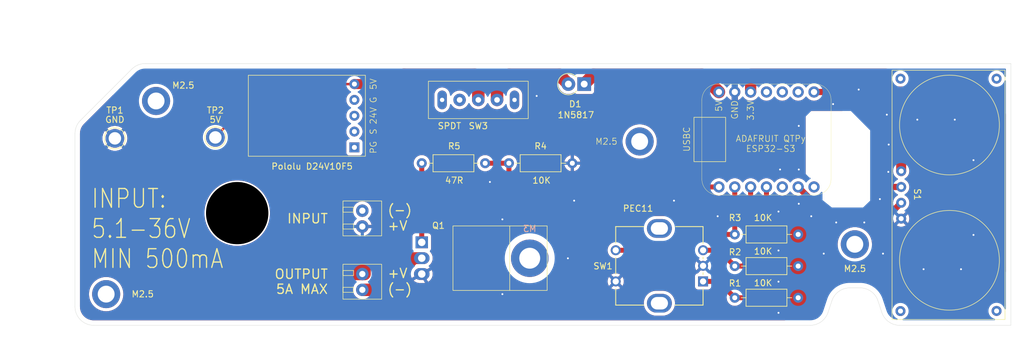
<source format=kicad_pcb>
(kicad_pcb (version 20240108) (generator "pcbnew") (generator_version "8.0")
  (layers (0 "F.Cu" signal) (31 "B.Cu" power) (34 "B.Paste" user) (35 "F.Paste" user) (36 "B.SilkS" user "B.Silkscreen") (37 "F.SilkS" user "F.Silkscreen") (38 "B.Mask" user) (39 "F.Mask" user) (44 "Edge.Cuts" user))
  (net 0 "")
  (net 1 "/+24V")
  (net 2 "/+3V3")
  (net 3 "Net-(S1-Trig)")
  (net 4 "Net-(Q1-G)")
  (net 5 "Net-(S1-Echo)")
  (net 7 "Net-(U1-GPIO_18)")
  (net 8 "/LED-")
  (net 9 "<NO NET>")
  (net 12 "Net-(U1-GPIO_8)")
  (net 13 "Net-(U1-GPIO_9)")
  (net 15 "Net-(SW1-S2)")
  (net 16 "/+5V")
  (net 18 "/+5V_SW")
  (net 19 "/+5V_MCU")
  (footprint "Resistor_THT:R_Axial_DIN0207_L6.3mm_D2.5mm_P10.16mm_Horizontal" (layer "F.Cu") (at 225.902 117.58 180)
    (property "Reference" "R1" (at 10.12 2.33 0) (layer "F.SilkS"))
    (property "Value" "10K" (at 5.62 2.37 0) (layer "F.SilkS"))
    (fp_line (start 9.12 0) (end 8.35 0) (stroke (width 0.12)) (layer "F.SilkS"))
    (fp_line (start 8.35 1.37) (end 8.35 -1.37) (stroke (width 0.12)) (layer "F.SilkS"))
    (fp_line (start 8.35 -1.37) (end 1.81 -1.37) (stroke (width 0.12)) (layer "F.SilkS"))
    (fp_line (start 1.81 1.37) (end 8.35 1.37) (stroke (width 0.12)) (layer "F.SilkS"))
    (fp_line (start 1.81 -1.37) (end 1.81 1.37) (stroke (width 0.12)) (layer "F.SilkS"))
    (fp_line (start 1.04 0) (end 1.81 0) (stroke (width 0.12)) (layer "F.SilkS"))
    (pad "1" thru_hole circle (at 0 0 180) (size 1.6 1.6) (drill 0.8) (layers "*.Cu" "*.Mask") (net 2 "/+3V3"))
    (pad "2" thru_hole oval (at 10.16 0 180) (size 1.6 1.6) (drill 0.8) (layers "*.Cu" "*.Mask") (net 12 "Net-(U1-GPIO_8)"))
  )
  (footprint "Resistor_THT:R_Axial_DIN0207_L6.3mm_D2.5mm_P10.16mm_Horizontal" (layer "F.Cu") (at 179.547 95.99)
    (property "Reference" "R4" (at 5.08 -2.74 0) (layer "F.SilkS"))
    (property "Value" "10K" (at 5.235 2.76 0) (layer "F.SilkS"))
    (fp_line (start 1.04 0) (end 1.81 0) (stroke (width 0.12)) (layer "F.SilkS"))
    (fp_line (start 1.81 -1.37) (end 1.81 1.37) (stroke (width 0.12)) (layer "F.SilkS"))
    (fp_line (start 1.81 1.37) (end 8.35 1.37) (stroke (width 0.12)) (layer "F.SilkS"))
    (fp_line (start 8.35 -1.37) (end 1.81 -1.37) (stroke (width 0.12)) (layer "F.SilkS"))
    (fp_line (start 8.35 1.37) (end 8.35 -1.37) (stroke (width 0.12)) (layer "F.SilkS"))
    (fp_line (start 9.12 0) (end 8.35 0) (stroke (width 0.12)) (layer "F.SilkS"))
    (pad "1" thru_hole circle (at 0 0) (size 1.6 1.6) (drill 0.8) (layers "*.Cu" "*.Mask") (net 7 "Net-(U1-GPIO_18)"))
    (pad "2" thru_hole oval (at 10.16 0) (size 1.6 1.6) (drill 0.8) (layers "*.Cu" "*.Mask") (net 9 "<NO NET>"))
  )
  (footprint "user:AdafruitQTPyEsp32S3" (layer "F.Cu") (at 213.202 99.8 90)
    (property "Reference" "U1" (hide yes))
    (property "Value" "~" (hide yes))
    (fp_line (start 1.27 -2.7305) (end 13.97 -2.7305) (stroke (width 0.05)) (layer "F.SilkS"))
    (fp_line (start 16.51 -0.1905) (end 16.51 15.4305) (stroke (width 0.05)) (layer "F.SilkS"))
    (fp_line (start -1.27 15.4305) (end -1.27 -0.1905) (stroke (width 0.05)) (layer "F.SilkS"))
    (fp_line (start 13.97 17.9705) (end 1.27 17.9705) (stroke (width 0.05)) (layer "F.SilkS"))
    (fp_rect (start 4.064 -4.0005) (end 11.176 1.0795) (stroke (width 0.1)) (fill none) (layer "F.SilkS"))
    (fp_arc (start 13.97 -2.7305) (mid 15.766051 -1.986551) (end 16.51 -0.1905) (stroke (width 0.05)) (layer "F.SilkS"))
    (fp_arc (start -1.27 -0.1905) (mid -0.526051 -1.986551) (end 1.27 -2.7305) (stroke (width 0.05)) (layer "F.SilkS"))
    (fp_arc (start 16.51 15.4305) (mid 15.766051 17.226551) (end 13.97 17.9705) (stroke (width 0.05)) (layer "F.SilkS"))
    (fp_arc (start 1.27 17.9705) (mid -0.526051 17.226551) (end -1.27 15.4305) (stroke (width 0.05)) (layer "F.SilkS"))
    (fp_text user "GND" (at 13.97 2.54 90) (layer "F.SilkS") (effects (font (thickness 0.1)) (justify right)))
    (fp_text user "3.3V" (at 13.97 5.08 90) (layer "F.SilkS") (effects (font (thickness 0.1)) (justify right)))
    (fp_text user "USBC" (at 5.588 -4.572 90) (layer "F.SilkS") (effects (font (thickness 0.1)) (justify left bottom)))
    (fp_text user "5V" (at 13.97 0 90) (layer "F.SilkS") (effects (font (thickness 0.1)) (justify right)))
    (pad "1" thru_hole circle (at 0 0 90) (size 1.8 1.8) (drill 1) (layers "*.Cu" "*.Mask") (net 7 "Net-(U1-GPIO_18)"))
    (pad "2" thru_hole circle (at 0 2.54 90) (size 1.8 1.8) (drill 1) (layers "*.Cu" "*.Mask") (net 15 "Net-(SW1-S2)"))
    (pad "3" thru_hole circle (at 0 5.08 90) (size 1.8 1.8) (drill 1) (layers "*.Cu" "*.Mask") (net 13 "Net-(U1-GPIO_9)"))
    (pad "4" thru_hole circle (at 0 7.62 90) (size 1.8 1.8) (drill 1) (layers "*.Cu" "*.Mask") (net 12 "Net-(U1-GPIO_8)"))
    (pad "5" thru_hole circle (at 0 10.16 90) (size 1.8 1.8) (drill 1) (layers "*.Cu" "*.Mask"))
    (pad "6" thru_hole circle (at 0 12.7 90) (size 1.8 1.8) (drill 1) (layers "*.Cu" "*.Mask") (net 5 "Net-(S1-Echo)"))
    (pad "7" thru_hole circle (at 0 15.24 90) (size 1.8 1.8) (drill 1) (layers "*.Cu" "*.Mask"))
    (pad "8" thru_hole circle (at 15.24 15.24 270) (size 1.8 1.8) (drill 1) (layers "*.Cu" "*.Mask") (net 3 "Net-(S1-Trig)"))
    (pad "9" thru_hole circle (at 15.24 12.7 270) (size 1.8 1.8) (drill 1) (layers "*.Cu" "*.Mask"))
    (pad "10" thru_hole circle (at 15.24 10.16 270) (size 1.8 1.8) (drill 1) (layers "*.Cu" "*.Mask"))
    (pad "11" thru_hole circle (at 15.24 7.62 270) (size 1.8 1.8) (drill 1) (layers "*.Cu" "*.Mask"))
    (pad "12" thru_hole circle (at 15.24 5.08 270) (size 1.8 1.8) (drill 1) (layers "*.Cu" "*.Mask") (net 2 "/+3V3"))
    (pad "13" thru_hole circle (at 15.24 2.54 270) (size 1.8 1.8) (drill 1) (layers "*.Cu" "*.Mask") (net 9 "<NO NET>") (thermal_bridge_width 1))
    (pad "14" thru_hole circle (at 15.24 0 270) (size 1.8 1.8) (drill 1) (layers "*.Cu" "*.Mask") (net 19 "/+5V_MCU"))
  )
  (footprint "user:Hole10mm" (layer "F.Cu") (at 136 104)
    (property "Reference" "" (hide yes))
    (property "Value" "Hole10mm" (hide yes))
    (pad "" np_thru_hole circle (at 0 0) (size 11 11) (drill 10) (layers "*.Mask"))
  )
  (footprint "TestPoint:TestPoint_Plated_Hole_D2.0mm" (layer "F.Cu") (at 132.5 91.85)
    (property "Reference" "TP2" (at 0 -4.35 0) (layer "F.SilkS"))
    (property "Value" "5V" (at 0 -2.85 0) (layer "F.SilkS"))
    (fp_circle (center 0 0) (end 0 -1.7) (stroke (width 0.12)) (fill none) (layer "F.SilkS"))
    (pad "1" thru_hole circle (at 0 0) (size 3 3) (drill 2) (layers "*.Cu" "*.Mask") (net 16 "/+5V"))
  )
  (footprint "user:Bourns-PEC11R" (layer "F.Cu") (at 210.662 114.96 90)
    (property "Reference" "SW1" (at 2.46 -17.662 0) (layer "F.SilkS") (effects (justify left)))
    (property "Value" "PEC11" (at 11.71 -10.412 0) (layer "F.SilkS"))
    (fp_line (start 6.15 -14) (end 8.8 -14) (stroke (width 0.15)) (layer "F.SilkS"))
    (fp_line (start 1.1875 -14) (end 3.8125 -14) (stroke (width 0.15)) (layer "F.SilkS"))
    (fp_line (start -3.8 -14) (end -1.2 -14) (stroke (width 0.15)) (layer "F.SilkS"))
    (fp_line (start -3.8 -14) (end -3.8 -9.5) (stroke (width 0.15)) (layer "F.SilkS"))
    (fp_line (start 8.8 -9.5) (end 8.8 -14) (stroke (width 0.15)) (layer "F.SilkS"))
    (fp_line (start -3.8 -4.5) (end -3.8 0) (stroke (width 0.15)) (layer "F.SilkS"))
    (fp_line (start 8.8 0) (end 8.8 -4.4) (stroke (width 0.15)) (layer "F.SilkS"))
    (fp_line (start 6.1 0) (end 8.8 0) (stroke (width 0.15)) (layer "F.SilkS"))
    (fp_line (start 3.6 0) (end 3.9 0) (stroke (width 0.15)) (layer "F.SilkS"))
    (fp_line (start 1.1 0) (end 1.4 0) (stroke (width 0.15)) (layer "F.SilkS"))
    (fp_line (start -3.8 0) (end -1.2 0) (stroke (width 0.15)) (layer "F.SilkS"))
    (pad "" thru_hole roundrect (at -3.5 -7 90) (size 3 4) (drill oval 2 2.75) (layers "*.Cu" "*.Mask") (roundrect_rratio 0.5))
    (pad "" thru_hole roundrect (at 8.5 -7 90) (size 3 4) (drill oval 2 2.75) (layers "*.Cu" "*.Mask") (roundrect_rratio 0.5))
    (pad "1" thru_hole circle (at 0 -14 90) (size 1.6 1.6) (drill 1) (layers "*.Cu" "*.Mask") (net 9 "<NO NET>"))
    (pad "2" thru_hole circle (at 5 -14 90) (size 1.6 1.6) (drill 1) (layers "*.Cu" "*.Mask") (net 15 "Net-(SW1-S2)"))
    (pad "A" thru_hole rect (at 0 0 90) (size 1.6 1.6) (drill 1) (layers "*.Cu" "*.Mask") (net 12 "Net-(U1-GPIO_8)"))
    (pad "B" thru_hole circle (at 5 0 90) (size 1.6 1.6) (drill 1) (layers "*.Cu" "*.Mask") (net 13 "Net-(U1-GPIO_9)"))
    (pad "C" thru_hole circle (at 2.5 0 90) (size 1.6 1.6) (drill 1) (layers "*.Cu" "*.Mask") (net 9 "<NO NET>"))
  )
  (footprint "user:MountingHole_2.7mm_M2.5_ISO7380_Pad_Heated_Insert" (layer "F.Cu") (at 234.982 109)
    (property "Reference" "REF**" (hide yes))
    (property "Value" "MountingHole_2.7mm_M2.5_ISO7380_Pad_Heated_Insert" (hide yes))
    (fp_text user "M2.5" (at 0.018 4.5 0) (layer "F.SilkS") (effects (justify bottom)))
    (pad "M" thru_hole circle (at 0 0) (size 4.5 4.5) (drill 2.7) (layers "*.Cu" "*.Mask"))
  )
  (footprint "user:MountingHole_2.7mm_M2.5_ISO7380_Pad_Heated_Insert" (layer "F.Cu") (at 115 117)
    (property "Reference" "REF**" (hide yes))
    (property "Value" "MountingHole_2.7mm_M2.5_ISO7380_Pad_Heated_Insert" (hide yes))
    (fp_text user "M2.5" (at 4 0 0) (layer "F.SilkS") (effects (justify left)))
    (pad "M" thru_hole circle (at 0 0) (size 4.5 4.5) (drill 2.7) (layers "*.Cu" "*.Mask"))
  )
  (footprint "user:MountingHole_2.7mm_M2.5_ISO7380_Pad_Heated_Insert" (layer "F.Cu") (at 200.5 92.5)
    (property "Reference" "REF**" (hide yes))
    (property "Value" "MountingHole_2.7mm_M2.5_ISO7380_Pad_Heated_Insert" (hide yes))
    (fp_text user "M2.5" (at -3.5 0 0) (layer "F.SilkS") (effects (font (thickness 0.1)) (justify right)))
    (pad "M" thru_hole circle (at 0 0) (size 4.5 4.5) (drill 2.7) (layers "*.Cu" "*.Mask"))
  )
  (footprint "Resistor_THT:R_Axial_DIN0207_L6.3mm_D2.5mm_P10.16mm_Horizontal" (layer "F.Cu") (at 225.902 112.5 180)
    (property "Reference" "R2" (at 10.12 2.25 0) (layer "F.SilkS"))
    (property "Value" "10K" (at 5.62 2.37 0) (layer "F.SilkS"))
    (fp_line (start 9.12 0) (end 8.35 0) (stroke (width 0.12)) (layer "F.SilkS"))
    (fp_line (start 8.35 1.37) (end 8.35 -1.37) (stroke (width 0.12)) (layer "F.SilkS"))
    (fp_line (start 8.35 -1.37) (end 1.81 -1.37) (stroke (width 0.12)) (layer "F.SilkS"))
    (fp_line (start 1.81 1.37) (end 8.35 1.37) (stroke (width 0.12)) (layer "F.SilkS"))
    (fp_line (start 1.81 -1.37) (end 1.81 1.37) (stroke (width 0.12)) (layer "F.SilkS"))
    (fp_line (start 1.04 0) (end 1.81 0) (stroke (width 0.12)) (layer "F.SilkS"))
    (pad "1" thru_hole circle (at 0 0 180) (size 1.6 1.6) (drill 0.8) (layers "*.Cu" "*.Mask") (net 2 "/+3V3"))
    (pad "2" thru_hole oval (at 10.16 0 180) (size 1.6 1.6) (drill 0.8) (layers "*.Cu" "*.Mask") (net 13 "Net-(U1-GPIO_9)"))
  )
  (footprint "user:RCWL-1601" (layer "F.Cu") (at 242.412 97.26 -90)
    (property "Reference" "S1" (at 3.74 -2.588 -90) (layer "F.SilkS"))
    (property "Value" "RCWL-1601" (hide yes))
    (fp_rect (start -16.19 -16.638) (end 23.81 1.462) (stroke (width 0.1)) (fill none) (layer "F.SilkS"))
    (fp_circle (center -7.4 -7.738) (end -15.4 -7.738) (stroke (width 0.1)) (fill none) (layer "F.SilkS"))
    (fp_circle (center 14.31 -7.738) (end 6.31 -7.738) (stroke (width 0.1)) (fill none) (layer "F.SilkS"))
    (pad "" thru_hole circle (at -14.84 -15.288 270) (size 1.6 1.6) (drill 0.8) (layers "*.Cu" "*.Mask"))
    (pad "" thru_hole circle (at -14.84 0.112 270) (size 1.6 1.6) (drill 0.8) (layers "*.Cu" "*.Mask"))
    (pad "" thru_hole circle (at 22.435 -15.288 270) (size 1.6 1.6) (drill 0.8) (layers "*.Cu" "*.Mask"))
    (pad "" thru_hole circle (at 22.46 0.112 270) (size 1.6 1.6) (drill 0.8) (layers "*.Cu" "*.Mask"))
    (pad "1" thru_hole circle (at 0 0 270) (size 1.6 1.6) (drill 0.8) (layers "*.Cu" "*.Mask") (net 2 "/+3V3"))
    (pad "2" thru_hole circle (at 2.54 0 270) (size 1.6 1.6) (drill 0.8) (layers "*.Cu" "*.Mask") (net 3 "Net-(S1-Trig)"))
    (pad "3" thru_hole circle (at 5.08 0 270) (size 1.6 1.6) (drill 0.8) (layers "*.Cu" "*.Mask") (net 5 "Net-(S1-Echo)"))
    (pad "4" thru_hole circle (at 7.62 0 270) (size 1.6 1.6) (drill 0.8) (layers "*.Cu" "*.Mask") (net 9 "<NO NET>"))
  )
  (footprint "user:Pololu_5V_H" (layer "F.Cu") (at 154.782 88.37 90)
    (property "Reference" "P1" (hide yes))
    (property "Value" "Pololu D24V10F5" (at -8.13 -6.782 0) (layer "F.SilkS"))
    (fp_rect (start -6.5 -17) (end 6.5 1.762) (stroke (width 0.1)) (fill none) (layer "F.SilkS"))
    (fp_text user "PG" (at -5.08 3.048 90) (layer "F.SilkS") (effects (font (thickness 0.1))))
    (fp_text user "S" (at -2.54 3.048 90) (layer "F.SilkS") (effects (font (thickness 0.1))))
    (fp_text user "G" (at 2.54 3.048 90) (layer "F.SilkS") (effects (font (thickness 0.1))))
    (fp_text user "5V" (at 5.08 3.048 90) (layer "F.SilkS") (effects (font (thickness 0.1))))
    (fp_text user "24V" (at 0 3.048 90) (layer "F.SilkS") (effects (font (thickness 0.1))))
    (pad "1" thru_hole rect (at -5.08 0 90) (size 1.6 1.6) (drill 0.8) (layers "*.Cu" "*.Mask"))
    (pad "2" thru_hole circle (at -2.54 0 90) (size 1.6 1.6) (drill 0.8) (layers "*.Cu" "*.Mask"))
    (pad "3" thru_hole circle (at 0 0 90) (size 1.6 1.6) (drill 0.8) (layers "*.Cu" "*.Mask"))
    (pad "4" thru_hole circle (at 2.54 0 90) (size 1.6 1.6) (drill 0.8) (layers "*.Cu" "*.Mask"))
    (pad "5" thru_hole circle (at 5.08 0 90) (size 1.6 1.6) (drill 0.8) (layers "*.Cu" "*.Mask"))
  )
  (footprint "Diode_THT:D_DO-41_SOD81_P2.54mm_Vertical_KathodeUp" (layer "F.Cu") (at 191.612 83.29 180)
    (property "Reference" "D1" (at 1.44 -3.21 0) (layer "F.SilkS"))
    (property "Value" "1N5817" (at 1.33 -4.96 0) (layer "F.SilkS"))
    (fp_arc (start 1.228847 -1.1) (mid 4.250877 -0.044974) (end 1.288449 1.167366) (stroke (width 0.12)) (layer "F.SilkS"))
    (pad "1" thru_hole rect (at 0 0 180) (size 2.2 2.2) (drill 1.1) (layers "*.Cu" "*.Mask") (net 19 "/+5V_MCU"))
    (pad "2" thru_hole oval (at 2.54 0 180) (size 2.2 2.2) (drill 1.1) (layers "*.Cu" "*.Mask") (net 18 "/+5V_SW"))
  )
  (footprint "TestPoint:TestPoint_Plated_Hole_D2.0mm" (layer "F.Cu") (at 116.397 92)
    (property "Reference" "TP1" (at 0 -4.5 0) (layer "F.SilkS"))
    (property "Value" "GND" (at 0 -3 0) (layer "F.SilkS"))
    (fp_circle (center 0 0) (end 0 -1.7) (stroke (width 0.12)) (fill none) (layer "F.SilkS"))
    (pad "1" thru_hole circle (at 0 0) (size 3 3) (drill 2) (layers "*.Cu" "*.Mask") (net 9 "<NO NET>"))
  )
  (footprint "user:CUI_SPDT_500mA_3mm" (layer "F.Cu") (at 174.642 85.83 180)
    (property "Reference" "SW3" (at 0 -4.18 0) (layer "F.SilkS"))
    (property "Value" "switch_SPDT_SLW_121586" (hide yes))
    (property "Description" "SPDT" (at 4.622 -4.18 0) (layer "F.SilkS"))
    (fp_rect (start -8 -3) (end 8 3) (stroke (width 0.1)) (fill none) (layer "F.SilkS"))
    (pad "" thru_hole oval (at -5.8 0 180) (size 1.5 3) (drill 0.7 1.5) (layers "*.Cu" "*.Mask"))
    (pad "" thru_hole circle (at 3 0 180) (size 2 2) (drill 0.9) (layers "*.Cu" "*.Mask"))
    (pad "" thru_hole oval (at 5.8 0 180) (size 1.5 3) (drill 0.7 1.5) (layers "*.Cu" "*.Mask"))
    (pad "1" thru_hole circle (at 0 0 180) (size 2 2) (drill 0.9) (layers "*.Cu" "*.Mask") (net 16 "/+5V"))
    (pad "2" thru_hole circle (at -3 0 180) (size 2 2) (drill 0.9) (layers "*.Cu" "*.Mask") (net 18 "/+5V_SW"))
  )
  (footprint "user:2xTermBlock_254mm" (layer "F.Cu") (at 156.052 106.15 90)
    (property "Reference" "J1" (hide yes))
    (property "Value" "Screw_Term_1x2_2.54mm" (hide yes))
    (fp_rect (start 2.3 -3.1) (end 3.1 -1.4) (stroke (width 0.1)) (fill none) (layer "F.SilkS"))
    (fp_rect (start -0.4 -3.1) (end 0.4 -1.4) (stroke (width 0.1)) (fill none) (layer "F.SilkS"))
    (fp_rect (start -1.5 -3.1) (end 4.1 3.1) (stroke (width 0.1)) (fill none) (layer "F.SilkS"))
    (pad "1" thru_hole circle (at 0 0 90) (size 2 2) (drill 1) (layers "*.Cu" "*.Mask") (net 9 "<NO NET>"))
    (pad "2" thru_hole circle (at 2.54 0 90) (size 2 2) (drill 1) (layers "*.Cu" "*.Mask") (net 1 "/+24V") (thermal_bridge_width 0.5))
  )
  (footprint "user:TO-220F-3_H_Heatsink" (layer "F.Cu") (at 165.577 108.69 -90)
    (property "Reference" "Q1" (hide yes))
    (property "Value" "IRLB8721PBF" (hide yes))
    (fp_line (start -2.635 -14.1) (end 7.715 -14.1) (stroke (width 0.1)) (layer "F.SilkS"))
    (fp_rect (start -2.635 -20.1) (end 7.715 -5) (stroke (width 0.1)) (fill none) (layer "F.SilkS"))
    (fp_text user "${REFERENCE}" (at -2.69 -2.673 0) (layer "F.SilkS"))
    (pad "1" thru_hole rect (at 0 0 270) (size 1.9 2) (drill 1.2) (layers "*.Cu" "*.Mask") (net 4 "Net-(Q1-G)"))
    (pad "2" thru_hole oval (at 2.54 0 270) (size 1.9 2.5) (drill 1.2) (layers "*.Cu" "*.Mask") (net 8 "/LED-"))
    (pad "3" thru_hole oval (at 5.08 0 270) (size 1.9 2.5) (drill 1.2) (layers "*.Cu" "*.Mask") (net 9 "<NO NET>") (thermal_bridge_width 0.5))
  )
  (footprint "Resistor_THT:R_Axial_DIN0207_L6.3mm_D2.5mm_P10.16mm_Horizontal" (layer "F.Cu") (at 175.737 95.99 180)
    (property "Reference" "R5" (hide yes))
    (property "Value" "47R" (at 4.955 -2.76 0) (layer "F.SilkS"))
    (fp_line (start 9.12 0) (end 8.35 0) (stroke (width 0.12)) (layer "F.SilkS"))
    (fp_line (start 8.35 1.37) (end 8.35 -1.37) (stroke (width 0.12)) (layer "F.SilkS"))
    (fp_line (start 8.35 -1.37) (end 1.81 -1.37) (stroke (width 0.12)) (layer "F.SilkS"))
    (fp_line (start 1.81 1.37) (end 8.35 1.37) (stroke (width 0.12)) (layer "F.SilkS"))
    (fp_line (start 1.81 -1.37) (end 1.81 1.37) (stroke (width 0.12)) (layer "F.SilkS"))
    (fp_line (start 1.04 0) (end 1.81 0) (stroke (width 0.12)) (layer "F.SilkS"))
    (fp_text user "${REFERENCE}" (at 4.955 2.74 0) (layer "F.SilkS"))
    (pad "1" thru_hole circle (at 0 0 180) (size 1.6 1.6) (drill 0.8) (layers "*.Cu" "*.Mask") (net 7 "Net-(U1-GPIO_18)"))
    (pad "2" thru_hole oval (at 10.16 0 180) (size 1.6 1.6) (drill 0.8) (layers "*.Cu" "*.Mask") (net 4 "Net-(Q1-G)"))
  )
  (footprint "user:MountingHole_2.7mm_M2.5_ISO7380_Pad_Heated_Insert" (layer "F.Cu") (at 123 86)
    (property "Reference" "REF**" (hide yes))
    (property "Value" "MountingHole_2.7mm_M2.5_ISO7380_Pad_Heated_Insert" (hide yes))
    (fp_text user "M2.5" (at 2.5 -2.5 0) (layer "F.SilkS") (effects (justify left)))
    (pad "M" thru_hole circle (at 0 0) (size 4.5 4.5) (drill 2.7) (layers "*.Cu" "*.Mask"))
  )
  (footprint "Resistor_THT:R_Axial_DIN0207_L6.3mm_D2.5mm_P10.16mm_Horizontal" (layer "F.Cu") (at 225.902 107.42 180)
    (property "Reference" "R3" (at 10.12 2.67 0) (layer "F.SilkS"))
    (property "Value" "10K" (at 5.62 2.67 0) (layer "F.SilkS"))
    (fp_line (start 9.12 0) (end 8.35 0) (stroke (width 0.12)) (layer "F.SilkS"))
    (fp_line (start 8.35 1.37) (end 8.35 -1.37) (stroke (width 0.12)) (layer "F.SilkS"))
    (fp_line (start 8.35 -1.37) (end 1.81 -1.37) (stroke (width 0.12)) (layer "F.SilkS"))
    (fp_line (start 1.81 1.37) (end 8.35 1.37) (stroke (width 0.12)) (layer "F.SilkS"))
    (fp_line (start 1.81 -1.37) (end 1.81 1.37) (stroke (width 0.12)) (layer "F.SilkS"))
    (fp_line (start 1.04 0) (end 1.81 0) (stroke (width 0.12)) (layer "F.SilkS"))
    (pad "1" thru_hole circle (at 0 0 180) (size 1.6 1.6) (drill 0.8) (layers "*.Cu" "*.Mask") (net 2 "/+3V3"))
    (pad "2" thru_hole oval (at 10.16 0 180) (size 1.6 1.6) (drill 0.8) (layers "*.Cu" "*.Mask") (net 15 "Net-(SW1-S2)"))
  )
  (footprint "user:2xTermBlock_254mm" (layer "F.Cu") (at 156.052 116.31 90)
    (property "Reference" "J2" (hide yes))
    (property "Value" "Screw_Term_1x2_2.54mm" (hide yes))
    (fp_rect (start 2.3 -3.1) (end 3.1 -1.4) (stroke (width 0.1)) (fill none) (layer "F.SilkS"))
    (fp_rect (start -0.4 -3.1) (end 0.4 -1.4) (stroke (width 0.1)) (fill none) (layer "F.SilkS"))
    (fp_rect (start -1.5 -3.1) (end 4.1 3.1) (stroke (width 0.1)) (fill none) (layer "F.SilkS"))
    (pad "1" thru_hole circle (at 0 0 90) (size 2 2) (drill 1) (layers "*.Cu" "*.Mask") (net 8 "/LED-"))
    (pad "2" thru_hole circle (at 2.54 0 90) (size 2 2) (drill 1) (layers "*.Cu" "*.Mask") (net 1 "/+24V"))
  )
  (footprint "user:MountingHole_3.2mm_M3_ISO14580_Pad_TopOnly" (layer "B.Cu") (at 182.882 111.24 180)
    (property "Reference" "M3" (at 0 4.74 0) (layer "B.SilkS") (effects (justify mirror)))
    (property "Value" "MountingHole_3.2mm_M3_ISO14580_Pad_TopOnly" (hide yes))
    (pad "M" thru_hole circle (at 0 0 180) (size 6 6) (drill 3.35) (layers "*.Cu" "B.Mask") (clearance 1))
  )
  (gr_arc (start 235.837722 116) (mid 237.591863 116.566273) (end 238.683772 118.051317) (stroke (width 0.05)) (layer "Edge.Cuts"))
  (gr_line (start 234.162278 116) (end 235.837722 116) (stroke (width 0.05)) (layer "Edge.Cuts"))
  (gr_line (start 238.683772 118.051317) (end 239.316228 119.948683) (stroke (width 0.05)) (layer "Edge.Cuts"))
  (gr_line (start 242.162277 122) (end 260 122) (stroke (width 0.05)) (layer "Edge.Cuts"))
  (gr_arc (start 113 122) (mid 110.87868 121.12132) (end 110 119) (stroke (width 0.05)) (layer "Edge.Cuts"))
  (gr_arc (start 231.316228 118.051317) (mid 232.408145 116.566265) (end 234.162278 116) (stroke (width 0.05)) (layer "Edge.Cuts"))
  (gr_line (start 227.837723 122) (end 113 122) (stroke (width 0.05)) (layer "Edge.Cuts"))
  (gr_line (start 260 80) (end 260 122) (stroke (width 0.05)) (layer "Edge.Cuts"))
  (gr_line (start 121.242641 80) (end 260 80) (stroke (width 0.05)) (layer "Edge.Cuts"))
  (gr_arc (start 242.162277 122) (mid 240.408157 121.433718) (end 239.316228 119.948683) (stroke (width 0.05)) (layer "Edge.Cuts"))
  (gr_arc (start 110 91.242641) (mid 110.228348 90.094582) (end 110.87868 89.12132) (stroke (width 0.05)) (layer "Edge.Cuts"))
  (gr_line (start 230.683772 119.948683) (end 231.316228 118.051317) (stroke (width 0.05)) (layer "Edge.Cuts"))
  (gr_arc (start 119.121321 80.878679) (mid 120.094598 80.228373) (end 121.242641 80) (stroke (width 0.05)) (layer "Edge.Cuts"))
  (gr_line (start 110.87868 89.12132) (end 119.121321 80.878679) (stroke (width 0.05)) (layer "Edge.Cuts"))
  (gr_arc (start 230.683772 119.948683) (mid 229.591855 121.433735) (end 227.837723 122) (stroke (width 0.05)) (layer "Edge.Cuts"))
  (gr_line (start 110 119) (end 110 91.242641) (stroke (width 0.05)) (layer "Edge.Cuts"))
  (gr_text "INPUT:\n5.1-36V\nMIN 500mA" (at 112.5 106.5 0) (layer "F.SilkS") (effects (font (size 3 2.5) (thickness 0.2) (bold yes)) (justify left)))
  (gr_text "INPUT" (at 150.652 104.88 0) (layer "F.SilkS") (effects (font (size 1.5 1.5) (thickness 0.2) (bold yes)) (justify right)))
  (gr_text "ADAFRUIT QTPy\nESP32-S3" (at 221.5 94.25 0) (layer "F.SilkS") (effects (font (size 1 1) (thickness 0.1)) (justify bottom)))
  (gr_text "OUTPUT\n5A MAX" (at 150.652 115 0) (layer "F.SilkS") (effects (font (size 1.5 1.5) (thickness 0.2) (bold yes)) (justify right)))
  (gr_text "+V" (at 160 113.66 0) (layer "F.SilkS") (effects (font (size 1.5 1.5) (thickness 0.2) (bold yes)) (justify left)))
  (gr_text "(-)" (at 160 103.5 0) (layer "F.SilkS") (effects (font (size 1.5 1.5) (thickness 0.2) (bold yes)) (justify left)))
  (gr_text "+V" (at 160 106.04 0) (layer "F.SilkS") (effects (font (size 1.5 1.5) (thickness 0.2) (bold yes)) (justify left)))
  (gr_text "(-)" (at 160 116.2 0) (layer "F.SilkS") (effects (font (size 1.5 1.5) (thickness 0.2) (bold yes)) (justify left)))
  (segment (start 225.902 112.5) (end 226.762 113.36) (width 3) (layer "F.Cu") (net 2))
  (segment (start 254.477 85.195) (end 241.398044 85.195) (width 3) (layer "F.Cu") (net 2))
  (segment (start 225.902 112.5) (end 225.902 117.58) (width 3) (layer "F.Cu") (net 2))
  (segment (start 244.317 116.945) (end 253.842 116.945) (width 3) (layer "F.Cu") (net 2))
  (segment (start 240.732 113.36) (end 244.317 116.945) (width 3) (layer "F.Cu") (net 2))
  (segment (start 253.842 116.945) (end 257.7 113.087) (width 3) (layer "F.Cu") (net 2))
  (segment (start 257.7 88.418) (end 254.477 85.195) (width 3) (layer "F.Cu") (net 2))
  (segment (start 242.412 97.26) (end 242.412 85.195) (width 1.6) (layer "F.Cu") (net 2))
  (segment (start 225.902 112.5) (end 225.902 107.42) (width 3) (layer "F.Cu") (net 2))
  (segment (start 257.7 113.087) (end 257.7 88.418) (width 3) (layer "F.Cu") (net 2))
  (segment (start 226.762 113.36) (end 240.732 113.36) (width 3) (layer "F.Cu") (net 2))
  (segment (start 238.602 98.53) (end 239.872 99.8) (width 1) (layer "F.Cu") (net 3))
  (segment (start 233.522 84.56) (end 238.602 89.64) (width 1) (layer "F.Cu") (net 3))
  (segment (start 239.872 99.8) (end 242.412 99.8) (width 1) (layer "F.Cu") (net 3))
  (segment (start 228.442 84.56) (end 233.522 84.56) (width 1) (layer "F.Cu") (net 3))
  (segment (start 238.602 89.64) (end 238.602 98.53) (width 1) (layer "F.Cu") (net 3))
  (segment (start 242.412 99.8) (end 242.412 99.6575) (width 0.6) (layer "F.Cu") (net 3))
  (segment (start 165.577 108.69) (end 165.577 95.99) (width 0.8) (layer "F.Cu") (net 4))
  (segment (start 240.852 103.9) (end 230.002 103.9) (width 1) (layer "F.Cu") (net 5))
  (segment (start 230.002 103.9) (end 225.902 99.8) (width 1) (layer "F.Cu") (net 5))
  (segment (start 242.412 102.34) (end 240.852 103.9) (width 1) (layer "F.Cu") (net 5))
  (segment (start 179.547 98.53) (end 179.547 95.99) (width 0.8) (layer "F.Cu") (net 7))
  (segment (start 213.202 99.8) (end 180.817 99.8) (width 0.8) (layer "F.Cu") (net 7))
  (segment (start 175.737 95.99) (end 179.547 95.99) (width 0.8) (layer "F.Cu") (net 7))
  (segment (start 180.817 99.8) (end 179.547 98.53) (width 0.8) (layer "F.Cu") (net 7))
  (segment (start 156.042 106.15) (end 156.052 106.16) (width 2) (layer "F.Cu") (net 9))
  (via (at 206 102) (size 0.9) (drill 0.3) (layers "F.Cu" "B.Cu") (net 9))
  (via (at 240.35 97.38) (size 0.9) (drill 0.3) (layers "F.Cu" "B.Cu") (net 9))
  (via (at 222.75 120) (size 0.9) (drill 0.3) (layers "F.Cu" "B.Cu") (net 9))
  (via (at 245 89) (size 0.9) (drill 0.3) (layers "F.Cu" "B.Cu") (net 9))
  (via (at 240.11 88.2) (size 0.9) (drill 0.3) (layers "F.Cu" "B.Cu") (net 9))
  (via (at 236.5 105.5) (size 0.9) (drill 0.3) (layers "F.Cu" "B.Cu") (net 9))
  (via (at 222.75 103.75) (size 0.9) (drill 0.3) (layers "F.Cu" "B.Cu") (net 9))
  (via (at 252 113) (size 0.9) (drill 0.3) (layers "F.Cu" "B.Cu") (net 9))
  (via (at 230 110.5) (size 0.9) (drill 0.3) (layers "F.Cu" "B.Cu") (net 9))
  (via (at 190 102) (size 0.9) (drill 0.3) (layers "F.Cu" "B.Cu") (net 9))
  (via (at 239.5 110.5) (size 0.9) (drill 0.3) (layers "F.Cu" "B.Cu") (net 9))
  (via (at 251 89) (size 0.9) (drill 0.3) (layers "F.Cu" "B.Cu") (net 9))
  (via (at 189 111.25) (size 0.9) (drill 0.3) (layers "F.Cu" "B.Cu") (net 9))
  (via (at 254 95.5) (size 0.9) (drill 0.3) (layers "F.Cu" "B.Cu") (net 9))
  (via (at 226 97) (size 0.9) (drill 0.3) (layers "F.Cu" "B.Cu") (net 9))
  (via (at 222.75 115) (size 0.9) (drill 0.3) (layers "F.Cu" "B.Cu") (net 9))
  (via (at 183.992 85.195) (size 0.9) (drill 0.3) (layers "F.Cu" "B.Cu") (net 9))
  (via (at 246 113) (size 0.9) (drill 0.3) (layers "F.Cu" "B.Cu") (net 9))
  (via (at 226 90) (size 0.9) (drill 0.3) (layers "F.Cu" "B.Cu") (net 9))
  (via (at 239 101.75) (size 0.9) (drill 0.3) (layers "F.Cu" "B.Cu") (net 9))
  (via (at 178.5 105) (size 0.9) (drill 0.3) (layers "F.Cu" "B.Cu") (net 9))
  (via (at 240.41 93) (size 0.9) (drill 0.3) (layers "F.Cu" "B.Cu") (net 9))
  (via (at 213 104.5) (size 0.9) (drill 0.3) (layers "F.Cu" "B.Cu") (net 9))
  (via (at 222.75 110) (size 0.9) (drill 0.3) (layers "F.Cu" "B.Cu") (net 9))
  (via (at 226 102.5) (size 0.9) (drill 0.3) (layers "F.Cu" "B.Cu") (net 9))
  (via (at 235.6 84.17) (size 0.9) (drill 0.3) (layers "F.Cu" "B.Cu") (net 9))
  (via (at 223 97) (size 0.9) (drill 0.3) (layers "F.Cu" "B.Cu") (net 9))
  (via (at 228 104.5) (size 0.9) (drill 0.3) (layers "F.Cu" "B.Cu") (net 9))
  (via (at 178.5 117) (size 0.9) (drill 0.3) (layers "F.Cu" "B.Cu") (net 9))
  (via (at 176.5 99) (size 0.9) (drill 0.3) (layers "F.Cu" "B.Cu") (net 9))
  (via (at 254 107.5) (size 0.9) (drill 0.3) (layers "F.Cu" "B.Cu") (net 9))
  (via (at 232 105.5) (size 0.9) (drill 0.3) (layers "F.Cu" "B.Cu") (net 9))
  (via (at 231.5 86.5) (size 0.9) (drill 0.3) (layers "F.Cu" "B.Cu") (net 9))
  (segment (start 218.282 117.58) (end 220.822 115.04) (width 0.8) (layer "F.Cu") (net 12))
  (segment (start 215.742 117.58) (end 218.282 117.58) (width 0.8) (layer "F.Cu") (net 12))
  (segment (start 215.742 117.58) (end 213.122 114.96) (width 0.8) (layer "F.Cu") (net 12))
  (segment (start 213.122 114.96) (end 210.662 114.96) (width 0.8) (layer "F.Cu") (net 12))
  (segment (start 220.822 115.04) (end 220.822 99.8) (width 0.8) (layer "F.Cu") (net 12))
  (segment (start 217.012 112.5) (end 218.282 111.23) (width 0.8) (layer "F.Cu") (net 13))
  (segment (start 215.742 112.5) (end 213.202 109.96) (width 0.8) (layer "F.Cu") (net 13))
  (segment (start 215.742 112.5) (end 217.012 112.5) (width 0.8) (layer "F.Cu") (net 13))
  (segment (start 213.202 109.96) (end 210.662 109.96) (width 0.8) (layer "F.Cu") (net 13))
  (segment (start 218.282 111.23) (end 218.282 99.8) (width 0.8) (layer "F.Cu") (net 13))
  (segment (start 215.742 107.42) (end 209.392 107.42) (width 0.8) (layer "F.Cu") (net 15))
  (segment (start 209.392 107.42) (end 206.852 109.96) (width 0.8) (layer "F.Cu") (net 15))
  (segment (start 206.852 109.96) (end 196.662 109.96) (width 0.8) (layer "F.Cu") (net 15))
  (segment (start 215.742 107.42) (end 215.742 99.8) (width 0.8) (layer "F.Cu") (net 15))
  (segment (start 174.642 82.392) (end 174.05 81.8) (width 2) (layer "F.Cu") (net 16))
  (segment (start 174.642 82.392) (end 174.642 85.83) (width 2) (layer "F.Cu") (net 16))
  (segment (start 132.382 91.85) (end 140.942 83.29) (width 0.4) (layer "F.Cu") (net 16))
  (segment (start 140.942 83.29) (end 154.782 83.29) (width 0.4) (layer "F.Cu") (net 16))
  (segment (start 158.21 83.29) (end 161.26 83.29) (width 2) (layer "F.Cu") (net 16))
  (segment (start 154.782 83.29) (end 158.21 83.29) (width 1.6) (layer "F.Cu") (net 16))
  (segment (start 161.26 83.29) (end 162.75 81.8) (width 2) (layer "F.Cu") (net 16))
  (segment (start 174.05 81.8) (end 162.75 81.8) (width 2) (layer "F.Cu") (net 16))
  (segment (start 187.972001 82.127999) (end 187.644002 81.8) (width 2) (layer "F.Cu") (net 18))
  (segment (start 189.072 83.29) (end 187.972001 82.190001) (width 2) (layer "F.Cu") (net 18))
  (segment (start 177.642 83.758) (end 177.642 85.83) (width 2) (layer "F.Cu") (net 18))
  (segment (start 187.972001 82.190001) (end 187.972001 82.127999) (width 2) (layer "F.Cu") (net 18))
  (segment (start 187.644002 81.8) (end 179.6 81.8) (width 2) (layer "F.Cu") (net 18))
  (segment (start 179.6 81.8) (end 177.642 83.758) (width 2) (layer "F.Cu") (net 18))
  (segment (start 213.202 84.56) (end 210.442 81.8) (width 2) (layer "F.Cu") (net 19))
  (segment (start 193.102 81.8) (end 191.612 83.29) (width 2) (layer "F.Cu") (net 19))
  (segment (start 210.442 81.8) (end 193.102 81.8) (width 2) (layer "F.Cu") (net 19))
  (zone (net 9) (net_name "<NO NET>") (layer "F.Cu") (connect_pads (clearance 0.5)) (min_thickness 0.5) (fill yes (thermal_gap 0.5) (thermal_bridge_width 0.5) (smoothing fillet) (radius 1))
    (polygon (pts (xy 117 85) (xy 122.5 92) (xy 130.04 94.48) (xy 135.86 94.48) (xy 135.86 83.637491) (xy 139.8 80) (xy 214.75 80) (xy 214.75 84.5) (xy 217.5 84.5) (xy 217.5 80) (xy 260 80) (xy 260 122) (xy 110 122) (xy 110 89.5) (xy 110 85)))
    (polygon (pts (xy 223.902 121.6) (xy 229.652 121.6) (xy 232.732 118.52) (xy 232.732 115.35) (xy 223.902 115.35)))
    (polygon (pts (xy 169.682 115.65) (xy 187.082 115.65) (xy 187.082 106.95) (xy 169.682 106.95)))
    (polygon (pts (xy 195.98329 108.88) (xy 196.603842 111.030073) (xy 211 111.040105) (xy 211 114.02992) (xy 214.6 114.5) (xy 214.6 106.4) (xy 206.6 106.4) (xy 206.6 104.5) (xy 201 104.5)))
    (polygon (pts (xy 232.23 108.18) (xy 232.23 111.75) (xy 237.74 111.75) (xy 237.74 108.18)))
  )
  (zone (net 9) (net_name "<NO NET>") (layer "F.Cu") (priority 7) (connect_pads (clearance 0.5)) (min_thickness 0.25) (fill yes (thermal_gap 0.5) (thermal_bridge_width 0.5) (smoothing fillet) (radius 5))
    (polygon (pts (xy 236.51 98.88) (xy 242.3 98.88) (xy 242.3 103.685694) (xy 236.51 103.66559)))
  )
  (zone (net 0) (net_name "") (layer "F.Cu") (name "WifiAnt_F") (connect_pads (clearance 0)) (min_thickness 0.25)
    (keepout (tracks not_allowed) (vias not_allowed) (pads not_allowed) (copperpour not_allowed) (footprints allowed))
    (fill (thermal_gap 0.5) (thermal_bridge_width 0.5))
    (polygon (pts (xy 227.1 87.6) (xy 233.2 87.6) (xy 233.2 85.579155) (xy 237.5 89.9) (xy 237.5 102.91) (xy 229.8 102.91) (xy 229.8 100.55) (xy 229.8 98.59) (xy 227.1 98.59) (xy 227.1 89.3)))
  )
  (zone (net 1) (net_name "/+24V") (layer "F.Cu") (priority 8) (connect_pads yes (clearance 0.5)) (min_thickness 0.25) (fill yes (thermal_gap 0.5) (thermal_bridge_width 0.5) (smoothing fillet) (radius 1) (island_removal_mode 1) (island_area_min 10))
    (polygon (pts (xy 157.412 105.15) (xy 157.412 114.77) (xy 145.662 114.77) (xy 145.662 92.73) (xy 149.34 87.568019) (xy 155.58 87.562427) (xy 155.58 89.170066) (xy 153.3 89.169743) (xy 151.38925 92.7) (xy 151.38925 105.15)))
  )
  (zone (net 8) (net_name "/LED-") (layer "F.Cu") (priority 3) (connect_pads yes (clearance 0.5)) (min_thickness 0.25) (fill yes (thermal_gap 0.5) (thermal_bridge_width 0.5))
    (polygon (pts (xy 160.142 117.31) (xy 164.692 112.18) (xy 165.667 112.18) (xy 165.667 110.28) (xy 161.767 110.28) (xy 157.082 115.31) (xy 155.902 115.31) (xy 155.902 117.31)))
  )
  (zone (net 9) (net_name "<NO NET>") (layer "F.Cu") (priority 2) (connect_pads (clearance 0.5)) (min_thickness 0.25) (fill yes (thermal_gap 0.5) (thermal_bridge_width 0.5) (smoothing fillet) (radius 5))
    (polygon (pts (xy 229.56 82.44) (xy 242.11 82.44) (xy 242.15 99.89) (xy 240.13 99.89) (xy 238.66 98.42) (xy 238.66 89.9) (xy 233.29 84.41) (xy 231.33 84.41)))
  )
  (zone (net 2) (net_name "/+3V3") (layer "F.Cu") (priority 6) (connect_pads yes (clearance 0.5)) (min_thickness 0.25) (fill yes (thermal_gap 0.5) (thermal_bridge_width 0.5) (smoothing fillet) (radius 1))
    (polygon (pts (xy 243.432 83.69) (xy 240.902 83.69) (xy 240.902 80.8) (xy 217.382 80.8) (xy 217.382 85.46) (xy 219.182 85.46) (xy 219.182 82.85) (xy 235.902 82.85) (xy 239.742 86.69) (xy 243.432 86.69)))
  )
  (zone (net 9) (net_name "<NO NET>") (layer "B.Cu") (connect_pads (clearance 0.5)) (min_thickness 0.25) (fill yes (thermal_gap 0.5) (thermal_bridge_width 0.5))
    (polygon (pts (xy 110 80) (xy 260 80) (xy 260 122) (xy 239 122) (xy 110 122)))
  )
  (zone (net 0) (net_name "") (layer "B.Cu") (name "WifiAnt") (connect_pads (clearance 0)) (min_thickness 0.25)
    (keepout (tracks allowed) (vias allowed) (pads allowed) (copperpour not_allowed) (footprints allowed))
    (fill (thermal_gap 0.5) (thermal_bridge_width 0.5))
    (polygon (pts (xy 228 87.6) (xy 227.1 88.5) (xy 227.1 96) (xy 227.1 97.7) (xy 227.7 98.3) (xy 229.2 98.3) (xy 229.8 98.9) (xy 229.8 101.9) (xy 231.3 103.1) (xy 236.3 103.1) (xy 237.442 102) (xy 237.442 90.72) (xy 234.342 87.6)))
  )
)
</source>
